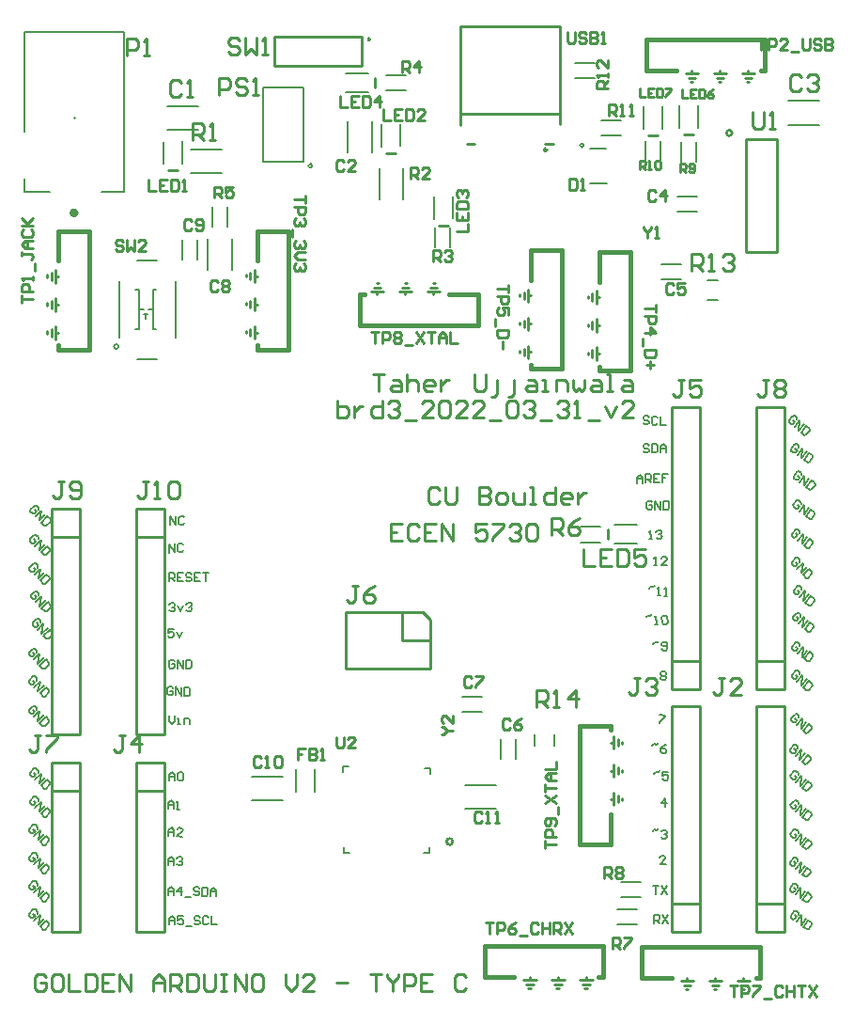
<source format=gto>
G04*
G04 #@! TF.GenerationSoftware,Altium Limited,Altium Designer,22.3.1 (43)*
G04*
G04 Layer_Color=65535*
%FSLAX25Y25*%
%MOIN*%
G70*
G04*
G04 #@! TF.SameCoordinates,BE9DF307-5FBB-4082-8082-0A4452DDA755*
G04*
G04*
G04 #@! TF.FilePolarity,Positive*
G04*
G01*
G75*
%ADD10C,0.00600*%
%ADD11C,0.01000*%
%ADD12C,0.00394*%
%ADD13C,0.01575*%
%ADD14C,0.01500*%
%ADD15C,0.00800*%
%ADD16C,0.00900*%
%ADD17C,0.00500*%
D10*
X206398Y305383D02*
G03*
X206398Y305383I-707J0D01*
G01*
X110104Y298259D02*
G03*
X110104Y298259I-707J0D01*
G01*
X41308Y234116D02*
G03*
X41308Y234116I-806J0D01*
G01*
X250333Y257475D02*
X254134D01*
X250333Y250475D02*
X254134D01*
X195918Y92753D02*
Y96553D01*
X188918Y92753D02*
Y96553D01*
X212663Y308929D02*
X219663D01*
X212663Y314329D02*
X219663D01*
X234253Y311424D02*
Y319324D01*
X227653Y311324D02*
Y319224D01*
X217381Y164369D02*
X225281D01*
X217281Y170969D02*
X225181D01*
X205333Y170174D02*
X212333D01*
X205333Y164773D02*
X212333D01*
X219564Y38857D02*
X226564D01*
X219564Y44257D02*
X226564D01*
X218429Y29164D02*
X225429D01*
X218429Y34564D02*
X225429D01*
X164183Y70304D02*
X175183D01*
X164183Y78704D02*
X175183D01*
X88714Y81738D02*
X99714D01*
X88714Y73338D02*
X99714D01*
X110881Y76366D02*
Y84266D01*
X104281Y76266D02*
Y84166D01*
X240973Y299517D02*
Y306517D01*
X246374Y299517D02*
Y306517D01*
X228253Y300072D02*
Y307072D01*
X233653Y300072D02*
Y307072D01*
X239564Y281858D02*
X246564D01*
X239564Y287258D02*
X246564D01*
X233866Y263418D02*
X240866D01*
X233866Y258018D02*
X240866D01*
X131176Y302862D02*
Y313862D01*
X122776Y302862D02*
Y313862D01*
X141281Y305184D02*
Y313084D01*
X134681Y305084D02*
Y312984D01*
X121943Y331039D02*
X129843D01*
X122043Y324439D02*
X129943D01*
X136448Y324968D02*
X143448D01*
X136448Y330368D02*
X143448D01*
X73121Y261397D02*
Y272397D01*
X81521Y261397D02*
Y272397D01*
X203457Y329284D02*
X210457D01*
X203457Y334684D02*
X210457D01*
X107090Y299559D02*
Y325959D01*
X92490Y299559D02*
X107090D01*
X92490D02*
Y325959D01*
X107090D01*
X58770Y319236D02*
X69770D01*
X58770Y310836D02*
X69770D01*
X240373Y311582D02*
Y319482D01*
X246973Y311683D02*
Y319583D01*
X142263Y286190D02*
Y297189D01*
X133863Y286190D02*
Y297189D01*
X159080Y269197D02*
Y276197D01*
X153680Y269197D02*
Y276197D01*
X153254Y279416D02*
Y287316D01*
X159854Y279516D02*
Y287416D01*
X57237Y298814D02*
Y306714D01*
X63837Y298914D02*
Y306814D01*
X120965Y83133D02*
Y85133D01*
X122965D01*
X151858Y82734D02*
Y84734D01*
X149858D02*
X151858D01*
X149688Y54678D02*
X151688D01*
Y56678D01*
X121465Y54633D02*
Y56633D01*
Y54633D02*
X123465D01*
X48002Y264716D02*
X55002D01*
X48002Y229716D02*
X55002D01*
X53502Y240216D02*
X54802D01*
X53502Y254216D02*
X54802D01*
X47402D02*
X48802D01*
X47402Y240216D02*
X48802D01*
X50202Y245516D02*
X51802D01*
X51002Y243916D02*
Y245516D01*
X61502Y237216D02*
Y257216D01*
X41502Y237216D02*
Y257216D01*
X53502Y240216D02*
Y254216D01*
X48802Y240216D02*
Y254216D01*
X48844Y247218D02*
X50244D01*
X51844Y247168D02*
X53444D01*
X79916Y276533D02*
Y283533D01*
X74516Y276533D02*
Y283533D01*
X67113Y304074D02*
X78113D01*
X67113Y295674D02*
X78113D01*
X69471Y264949D02*
Y271949D01*
X64071Y264949D02*
Y271949D01*
X163408Y104670D02*
X170408D01*
X163408Y110070D02*
X170408D01*
X177052Y88021D02*
Y95021D01*
X182452Y88021D02*
Y95021D01*
X278925Y321197D02*
X289925D01*
X278925Y312797D02*
X289925D01*
D11*
X193441Y303816D02*
G03*
X193441Y303816I-557J0D01*
G01*
X259065Y309842D02*
G03*
X259065Y309842I-1000J0D01*
G01*
X130657Y343016D02*
G03*
X130657Y343016I-394J0D01*
G01*
X159983Y58633D02*
G03*
X159983Y58633I-1118J0D01*
G01*
X220058Y93300D02*
Y94027D01*
X218558Y92527D02*
Y95027D01*
X216031Y93777D02*
X217057D01*
Y91527D02*
Y96027D01*
X220058Y83300D02*
Y84027D01*
X218558Y82527D02*
Y85027D01*
X216031Y83777D02*
X217057D01*
Y81527D02*
Y86027D01*
X220058Y73300D02*
Y74027D01*
X218558Y72527D02*
Y75027D01*
X216031Y73777D02*
X217057D01*
Y71527D02*
Y76027D01*
X132863Y256518D02*
X133590D01*
X131863Y255018D02*
X134363D01*
X133113Y252492D02*
Y253518D01*
X130863D02*
X135363D01*
X142863Y256518D02*
X143590D01*
X141863Y255018D02*
X144363D01*
X143113Y252492D02*
Y253518D01*
X140863D02*
X145363D01*
X152863Y256518D02*
X153590D01*
X151863Y255018D02*
X154363D01*
X153113Y252492D02*
Y253518D01*
X150863D02*
X155363D01*
X16112Y238781D02*
Y239508D01*
X17612Y237781D02*
Y240281D01*
X19112Y239031D02*
X20139D01*
X19112Y236781D02*
Y241281D01*
X16112Y248781D02*
Y249508D01*
X17612Y247781D02*
Y250281D01*
X19112Y249031D02*
X20139D01*
X19112Y246781D02*
Y251281D01*
X16112Y258781D02*
Y259508D01*
X17612Y257781D02*
Y260281D01*
X19112Y259031D02*
X20139D01*
X19112Y256781D02*
Y261281D01*
X86489Y238840D02*
Y239568D01*
X87989Y237840D02*
Y240340D01*
X89489Y239090D02*
X90516D01*
X89489Y236840D02*
Y241340D01*
X86489Y248840D02*
Y249568D01*
X87989Y247840D02*
Y250340D01*
X89489Y249090D02*
X90516D01*
X89489Y246840D02*
Y251340D01*
X86489Y258840D02*
Y259568D01*
X87989Y257840D02*
Y260340D01*
X89489Y259090D02*
X90516D01*
X89489Y256840D02*
Y261340D01*
X240836Y9142D02*
X245336D01*
X243086D02*
Y10169D01*
X241836Y7642D02*
X244336D01*
X242608Y6142D02*
X243336D01*
X250836Y9142D02*
X255336D01*
X253086D02*
Y10169D01*
X251836Y7642D02*
X254336D01*
X252608Y6142D02*
X253336D01*
X260836Y9142D02*
X265336D01*
X263086D02*
Y10169D01*
X261836Y7642D02*
X264336D01*
X262609Y6142D02*
X263336D01*
X229253Y309024D02*
X232653D01*
X210883Y249324D02*
Y253824D01*
Y251574D02*
X211910D01*
X209383Y250324D02*
Y252824D01*
X207883Y251324D02*
Y252052D01*
X210883Y239324D02*
Y243824D01*
Y241574D02*
X211910D01*
X209383Y240324D02*
Y242824D01*
X207883Y241324D02*
Y242052D01*
X210883Y229324D02*
Y233824D01*
Y231574D02*
X211910D01*
X209383Y230324D02*
Y232824D01*
X207883Y231324D02*
Y232052D01*
X186671Y249962D02*
Y254462D01*
Y252212D02*
X187698D01*
X185171Y250962D02*
Y253462D01*
X183671Y251962D02*
Y252689D01*
X186671Y239962D02*
Y244462D01*
Y242212D02*
X187698D01*
X185171Y240962D02*
Y243462D01*
X183671Y241962D02*
Y242689D01*
X186671Y229962D02*
Y234462D01*
Y232212D02*
X187698D01*
X185171Y230962D02*
Y233462D01*
X183671Y231962D02*
Y232689D01*
X198002Y312817D02*
Y345174D01*
Y347733D01*
X162490Y344468D02*
Y347733D01*
Y312776D02*
Y344468D01*
X164865Y305804D02*
X167775D01*
X192639D02*
X195705D01*
X162569Y347733D02*
X198002Y347733D01*
X162530Y316513D02*
X198086Y316556D01*
X206794Y6502D02*
X207521D01*
X206021Y8002D02*
X208521D01*
X207271Y9502D02*
Y10529D01*
X205021Y9502D02*
X209521D01*
X196794Y6502D02*
X197521D01*
X196021Y8002D02*
X198521D01*
X197271Y9502D02*
Y10529D01*
X195021Y9502D02*
X199521D01*
X186794Y6502D02*
X187521D01*
X186021Y8002D02*
X188521D01*
X187271Y9502D02*
Y10529D01*
X185021Y9502D02*
X189521D01*
X267635Y212718D02*
X277635D01*
Y122718D02*
Y212718D01*
X267635Y122718D02*
X277635D01*
X267635Y112718D02*
Y202718D01*
Y112718D02*
X277635D01*
Y202718D01*
X267635Y122718D02*
Y212718D01*
X237635D02*
X247635D01*
Y122718D02*
Y212718D01*
X237635Y122718D02*
X247635D01*
X237635Y112718D02*
Y202718D01*
Y112718D02*
X247635D01*
Y202718D01*
X237635Y122718D02*
Y212718D01*
X267635Y106718D02*
X277635D01*
Y26718D02*
Y106718D01*
X267635Y26718D02*
X277635D01*
X267635D02*
Y106718D01*
Y36718D02*
X277635D01*
X214981Y165969D02*
Y169369D01*
X264292Y327800D02*
X265019D01*
X263519Y329300D02*
X266019D01*
X264769Y330800D02*
Y331827D01*
X262519Y330800D02*
X267019D01*
X254292Y327800D02*
X255019D01*
X253519Y329300D02*
X256019D01*
X254769Y330800D02*
Y331827D01*
X252519Y330800D02*
X257019D01*
X244292Y327800D02*
X245019D01*
X243519Y329300D02*
X246019D01*
X244769Y330800D02*
Y331827D01*
X242519Y330800D02*
X247019D01*
X136281Y302784D02*
X139681D01*
X132243Y326039D02*
Y329439D01*
X241973Y309282D02*
X245374D01*
X154855Y277116D02*
X158255D01*
X96763Y333520D02*
X127763D01*
X96763D02*
Y344020D01*
X127763Y333520D02*
Y344020D01*
X96763D02*
X127763D01*
X25661Y315190D02*
Y315222D01*
X58837Y296514D02*
X62237D01*
X47635Y166718D02*
X57635D01*
Y96718D02*
Y176718D01*
X47635D02*
X57635D01*
X47635Y96718D02*
Y176718D01*
Y96718D02*
X57635D01*
X17635Y166718D02*
X27635D01*
Y96718D02*
Y176718D01*
X17635D02*
X27635D01*
X17635Y96718D02*
Y176718D01*
Y96718D02*
X27635D01*
X22635Y86718D02*
X27635D01*
Y76718D02*
Y86718D01*
X17635Y26718D02*
Y76718D01*
Y26718D02*
X27635D01*
Y76718D01*
X17635D02*
X27635D01*
X17635D02*
Y86718D01*
X22635D01*
X151906Y119916D02*
Y137417D01*
X149406Y139917D02*
X151906Y137417D01*
X121906Y139917D02*
X149406D01*
X141905Y129917D02*
X151906D01*
X141905D02*
Y139917D01*
X121906Y119916D02*
X151906D01*
X121906D02*
Y139917D01*
X52635Y86718D02*
X57635D01*
Y76718D02*
Y86718D01*
X47635Y26718D02*
Y76718D01*
Y26718D02*
X57635D01*
Y76718D01*
X47635D02*
X57635D01*
X47635D02*
Y86718D01*
X52635D01*
X237635Y36718D02*
X247635D01*
X237635Y26718D02*
Y106718D01*
Y26718D02*
X247635D01*
Y106718D01*
X237635D02*
X247635D01*
X118893Y214877D02*
Y208879D01*
X121892D01*
X122891Y209879D01*
Y210878D01*
Y211878D01*
X121892Y212878D01*
X118893D01*
X124891D02*
Y208879D01*
Y210878D01*
X125891Y211878D01*
X126890Y212878D01*
X127890D01*
X134888Y214877D02*
Y208879D01*
X131889D01*
X130889Y209879D01*
Y211878D01*
X131889Y212878D01*
X134888D01*
X136887Y213878D02*
X137887Y214877D01*
X139886D01*
X140886Y213878D01*
Y212878D01*
X139886Y211878D01*
X138886D01*
X139886D01*
X140886Y210878D01*
Y209879D01*
X139886Y208879D01*
X137887D01*
X136887Y209879D01*
X142885Y207879D02*
X146884D01*
X152882Y208879D02*
X148883D01*
X152882Y212878D01*
Y213878D01*
X151882Y214877D01*
X149883D01*
X148883Y213878D01*
X154881D02*
X155881Y214877D01*
X157880D01*
X158880Y213878D01*
Y209879D01*
X157880Y208879D01*
X155881D01*
X154881Y209879D01*
Y213878D01*
X164878Y208879D02*
X160879D01*
X164878Y212878D01*
Y213878D01*
X163878Y214877D01*
X161879D01*
X160879Y213878D01*
X170876Y208879D02*
X166877D01*
X170876Y212878D01*
Y213878D01*
X169876Y214877D01*
X167877D01*
X166877Y213878D01*
X172875Y207879D02*
X176874D01*
X178873Y213878D02*
X179873Y214877D01*
X181872D01*
X182872Y213878D01*
Y209879D01*
X181872Y208879D01*
X179873D01*
X178873Y209879D01*
Y213878D01*
X184871D02*
X185871Y214877D01*
X187871D01*
X188870Y213878D01*
Y212878D01*
X187871Y211878D01*
X186871D01*
X187871D01*
X188870Y210878D01*
Y209879D01*
X187871Y208879D01*
X185871D01*
X184871Y209879D01*
X190869Y207879D02*
X194868D01*
X196868Y213878D02*
X197867Y214877D01*
X199867D01*
X200866Y213878D01*
Y212878D01*
X199867Y211878D01*
X198867D01*
X199867D01*
X200866Y210878D01*
Y209879D01*
X199867Y208879D01*
X197867D01*
X196868Y209879D01*
X202866Y208879D02*
X204865D01*
X203865D01*
Y214877D01*
X202866Y213878D01*
X207864Y207879D02*
X211863D01*
X213862Y212878D02*
X215861Y208879D01*
X217861Y212878D01*
X223859Y208879D02*
X219860D01*
X223859Y212878D01*
Y213878D01*
X222859Y214877D01*
X220860D01*
X219860Y213878D01*
X15626Y10698D02*
X14626Y11698D01*
X12627D01*
X11627Y10698D01*
Y6699D01*
X12627Y5700D01*
X14626D01*
X15626Y6699D01*
Y8699D01*
X13627D01*
X20625Y11698D02*
X18625D01*
X17626Y10698D01*
Y6699D01*
X18625Y5700D01*
X20625D01*
X21624Y6699D01*
Y10698D01*
X20625Y11698D01*
X23623D02*
Y5700D01*
X27622D01*
X29622Y11698D02*
Y5700D01*
X32621D01*
X33620Y6699D01*
Y10698D01*
X32621Y11698D01*
X29622D01*
X39618D02*
X35620D01*
Y5700D01*
X39618D01*
X35620Y8699D02*
X37619D01*
X41618Y5700D02*
Y11698D01*
X45616Y5700D01*
Y11698D01*
X53614Y5700D02*
Y9698D01*
X55613Y11698D01*
X57613Y9698D01*
Y5700D01*
Y8699D01*
X53614D01*
X59612Y5700D02*
Y11698D01*
X62611D01*
X63611Y10698D01*
Y8699D01*
X62611Y7699D01*
X59612D01*
X61611D02*
X63611Y5700D01*
X65610Y11698D02*
Y5700D01*
X68609D01*
X69609Y6699D01*
Y10698D01*
X68609Y11698D01*
X65610D01*
X71608D02*
Y6699D01*
X72608Y5700D01*
X74607D01*
X75607Y6699D01*
Y11698D01*
X77606D02*
X79605D01*
X78606D01*
Y5700D01*
X77606D01*
X79605D01*
X82604D02*
Y11698D01*
X86603Y5700D01*
Y11698D01*
X91602D02*
X89602D01*
X88603Y10698D01*
Y6699D01*
X89602Y5700D01*
X91602D01*
X92601Y6699D01*
Y10698D01*
X91602Y11698D01*
X100599D02*
Y7699D01*
X102598Y5700D01*
X104597Y7699D01*
Y11698D01*
X110595Y5700D02*
X106597D01*
X110595Y9698D01*
Y10698D01*
X109596Y11698D01*
X107596D01*
X106597Y10698D01*
X118593Y8699D02*
X122591D01*
X130589Y11698D02*
X134588D01*
X132588D01*
Y5700D01*
X136587Y11698D02*
Y10698D01*
X138586Y8699D01*
X140586Y10698D01*
Y11698D01*
X138586Y8699D02*
Y5700D01*
X142585D02*
Y11698D01*
X145584D01*
X146584Y10698D01*
Y8699D01*
X145584Y7699D01*
X142585D01*
X152582Y11698D02*
X148583D01*
Y5700D01*
X152582D01*
X148583Y8699D02*
X150583D01*
X164578Y10698D02*
X163578Y11698D01*
X161579D01*
X160579Y10698D01*
Y6699D01*
X161579Y5700D01*
X163578D01*
X164578Y6699D01*
X142054Y171347D02*
X138055D01*
Y165349D01*
X142054D01*
X138055Y168348D02*
X140054D01*
X148052Y170347D02*
X147052Y171347D01*
X145053D01*
X144053Y170347D01*
Y166349D01*
X145053Y165349D01*
X147052D01*
X148052Y166349D01*
X154050Y171347D02*
X150051D01*
Y165349D01*
X154050D01*
X150051Y168348D02*
X152050D01*
X156049Y165349D02*
Y171347D01*
X160048Y165349D01*
Y171347D01*
X172044D02*
X168045D01*
Y168348D01*
X170045Y169348D01*
X171044D01*
X172044Y168348D01*
Y166349D01*
X171044Y165349D01*
X169045D01*
X168045Y166349D01*
X174043Y171347D02*
X178042D01*
Y170347D01*
X174043Y166349D01*
Y165349D01*
X180041Y170347D02*
X181041Y171347D01*
X183040D01*
X184040Y170347D01*
Y169348D01*
X183040Y168348D01*
X182041D01*
X183040D01*
X184040Y167348D01*
Y166349D01*
X183040Y165349D01*
X181041D01*
X180041Y166349D01*
X186039Y170347D02*
X187039Y171347D01*
X189038D01*
X190038Y170347D01*
Y166349D01*
X189038Y165349D01*
X187039D01*
X186039Y166349D01*
Y170347D01*
X155435Y183267D02*
X154435Y184267D01*
X152436D01*
X151436Y183267D01*
Y179268D01*
X152436Y178269D01*
X154435D01*
X155435Y179268D01*
X157434Y184267D02*
Y179268D01*
X158434Y178269D01*
X160433D01*
X161433Y179268D01*
Y184267D01*
X169430D02*
Y178269D01*
X172429D01*
X173429Y179268D01*
Y180268D01*
X172429Y181268D01*
X169430D01*
X172429D01*
X173429Y182267D01*
Y183267D01*
X172429Y184267D01*
X169430D01*
X176428Y178269D02*
X178427D01*
X179427Y179268D01*
Y181268D01*
X178427Y182267D01*
X176428D01*
X175428Y181268D01*
Y179268D01*
X176428Y178269D01*
X181426Y182267D02*
Y179268D01*
X182426Y178269D01*
X185425D01*
Y182267D01*
X187424Y178269D02*
X189424D01*
X188424D01*
Y184267D01*
X187424D01*
X196421D02*
Y178269D01*
X193422D01*
X192423Y179268D01*
Y181268D01*
X193422Y182267D01*
X196421D01*
X201420Y178269D02*
X199420D01*
X198421Y179268D01*
Y181268D01*
X199420Y182267D01*
X201420D01*
X202419Y181268D01*
Y180268D01*
X198421D01*
X204419Y182267D02*
Y178269D01*
Y180268D01*
X205418Y181268D01*
X206418Y182267D01*
X207418D01*
X131632Y224216D02*
X135631D01*
X133632D01*
Y218217D01*
X138630Y222216D02*
X140630D01*
X141629Y221217D01*
Y218217D01*
X138630D01*
X137631Y219217D01*
X138630Y220217D01*
X141629D01*
X143629Y224216D02*
Y218217D01*
Y221217D01*
X144628Y222216D01*
X146628D01*
X147627Y221217D01*
Y218217D01*
X152626D02*
X150626D01*
X149627Y219217D01*
Y221217D01*
X150626Y222216D01*
X152626D01*
X153625Y221217D01*
Y220217D01*
X149627D01*
X155625Y222216D02*
Y218217D01*
Y220217D01*
X156624Y221217D01*
X157624Y222216D01*
X158624D01*
X167621Y224216D02*
Y219217D01*
X168621Y218217D01*
X170620D01*
X171620Y219217D01*
Y224216D01*
X173619Y216218D02*
X174619D01*
X175618Y217218D01*
Y222216D01*
X179617Y216218D02*
X180617D01*
X181616Y217218D01*
Y222216D01*
X186615D02*
X188614D01*
X189614Y221217D01*
Y218217D01*
X186615D01*
X185615Y219217D01*
X186615Y220217D01*
X189614D01*
X191613Y218217D02*
X193612D01*
X192613D01*
Y222216D01*
X191613D01*
X196611Y218217D02*
Y222216D01*
X199610D01*
X200610Y221217D01*
Y218217D01*
X202609Y222216D02*
Y219217D01*
X203609Y218217D01*
X204609Y219217D01*
X205609Y218217D01*
X206608Y219217D01*
Y222216D01*
X209607D02*
X211607D01*
X212606Y221217D01*
Y218217D01*
X209607D01*
X208608Y219217D01*
X209607Y220217D01*
X212606D01*
X214606Y218217D02*
X216605D01*
X215605D01*
Y224216D01*
X214606D01*
X220604Y222216D02*
X222603D01*
X223603Y221217D01*
Y218217D01*
X220604D01*
X219604Y219217D01*
X220604Y220217D01*
X223603D01*
X192598Y56350D02*
Y59015D01*
Y57683D01*
X196597D01*
Y60348D02*
X192598D01*
Y62348D01*
X193265Y63014D01*
X194598D01*
X195264Y62348D01*
Y60348D01*
X195931Y64347D02*
X196597Y65013D01*
Y66346D01*
X195931Y67013D01*
X193265D01*
X192598Y66346D01*
Y65013D01*
X193265Y64347D01*
X193931D01*
X194598Y65013D01*
Y67013D01*
X197264Y68346D02*
Y71012D01*
X192598Y72344D02*
X196597Y75010D01*
X192598D02*
X196597Y72344D01*
X192598Y76343D02*
Y79009D01*
Y77676D01*
X196597D01*
Y80342D02*
X193931D01*
X192598Y81675D01*
X193931Y83008D01*
X196597D01*
X194598D01*
Y80342D01*
X192598Y84341D02*
X196597D01*
Y87006D01*
X130877Y239159D02*
X133543D01*
X132210D01*
Y235160D01*
X134876D02*
Y239159D01*
X136875D01*
X137542Y238492D01*
Y237160D01*
X136875Y236493D01*
X134876D01*
X138875Y238492D02*
X139541Y239159D01*
X140874D01*
X141541Y238492D01*
Y237826D01*
X140874Y237160D01*
X141541Y236493D01*
Y235827D01*
X140874Y235160D01*
X139541D01*
X138875Y235827D01*
Y236493D01*
X139541Y237160D01*
X138875Y237826D01*
Y238492D01*
X139541Y237160D02*
X140874D01*
X142874Y234494D02*
X145539D01*
X146872Y239159D02*
X149538Y235160D01*
Y239159D02*
X146872Y235160D01*
X150871Y239159D02*
X153537D01*
X152204D01*
Y235160D01*
X154870D02*
Y237826D01*
X156203Y239159D01*
X157536Y237826D01*
Y235160D01*
Y237160D01*
X154870D01*
X158868Y239159D02*
Y235160D01*
X161534D01*
X189500Y106200D02*
Y112198D01*
X192499D01*
X193499Y111198D01*
Y109199D01*
X192499Y108199D01*
X189500D01*
X191499D02*
X193499Y106200D01*
X195498D02*
X197497D01*
X196498D01*
Y112198D01*
X195498Y111198D01*
X203496Y106200D02*
Y112198D01*
X200496Y109199D01*
X204495D01*
X244700Y260900D02*
Y266898D01*
X247699D01*
X248699Y265898D01*
Y263899D01*
X247699Y262899D01*
X244700D01*
X246699D02*
X248699Y260900D01*
X250698D02*
X252697D01*
X251698D01*
Y266898D01*
X250698Y265898D01*
X255696D02*
X256696Y266898D01*
X258696D01*
X259695Y265898D01*
Y264899D01*
X258696Y263899D01*
X257696D01*
X258696D01*
X259695Y262899D01*
Y261900D01*
X258696Y260900D01*
X256696D01*
X255696Y261900D01*
X258370Y7774D02*
X261036D01*
X259703D01*
Y3776D01*
X262369D02*
Y7774D01*
X264368D01*
X265035Y7108D01*
Y5775D01*
X264368Y5109D01*
X262369D01*
X266368Y7774D02*
X269033D01*
Y7108D01*
X266368Y4442D01*
Y3776D01*
X270366Y3109D02*
X273032D01*
X277031Y7108D02*
X276364Y7774D01*
X275031D01*
X274365Y7108D01*
Y4442D01*
X275031Y3776D01*
X276364D01*
X277031Y4442D01*
X278364Y7774D02*
Y3776D01*
Y5775D01*
X281030D01*
Y7774D01*
Y3776D01*
X282363Y7774D02*
X285028D01*
X283695D01*
Y3776D01*
X286361Y7774D02*
X289027Y3776D01*
Y7774D02*
X286361Y3776D01*
X171500Y29899D02*
X174166D01*
X172833D01*
Y25900D01*
X175499D02*
Y29899D01*
X177498D01*
X178165Y29232D01*
Y27899D01*
X177498Y27233D01*
X175499D01*
X182163Y29899D02*
X180830Y29232D01*
X179497Y27899D01*
Y26566D01*
X180164Y25900D01*
X181497D01*
X182163Y26566D01*
Y27233D01*
X181497Y27899D01*
X179497D01*
X183496Y25234D02*
X186162D01*
X190161Y29232D02*
X189494Y29899D01*
X188161D01*
X187495Y29232D01*
Y26566D01*
X188161Y25900D01*
X189494D01*
X190161Y26566D01*
X191494Y29899D02*
Y25900D01*
Y27899D01*
X194159D01*
Y29899D01*
Y25900D01*
X195492D02*
Y29899D01*
X197492D01*
X198158Y29232D01*
Y27899D01*
X197492Y27233D01*
X195492D01*
X196825D02*
X198158Y25900D01*
X199491Y29899D02*
X202157Y25900D01*
Y29899D02*
X199491Y25900D01*
X179573Y255840D02*
Y253174D01*
Y254507D01*
X175574D01*
Y251841D02*
X179573D01*
Y249842D01*
X178906Y249175D01*
X177574D01*
X176907Y249842D01*
Y251841D01*
X179573Y245177D02*
Y247842D01*
X177574D01*
X178240Y246509D01*
Y245843D01*
X177574Y245177D01*
X176241D01*
X175574Y245843D01*
Y247176D01*
X176241Y247842D01*
X174908Y243844D02*
Y241178D01*
X179573Y239845D02*
X175574D01*
Y237845D01*
X176241Y237179D01*
X178906D01*
X179573Y237845D01*
Y239845D01*
X177574Y235846D02*
Y233180D01*
X231998Y248898D02*
Y246233D01*
Y247565D01*
X228000D01*
Y244900D02*
X231998D01*
Y242900D01*
X231332Y242234D01*
X229999D01*
X229332Y242900D01*
Y244900D01*
X228000Y238902D02*
X231998D01*
X229999Y240901D01*
Y238235D01*
X227333Y236902D02*
Y234236D01*
X231998Y232904D02*
X228000D01*
Y230904D01*
X228666Y230238D01*
X231332D01*
X231998Y230904D01*
Y232904D01*
X229999Y228905D02*
Y226239D01*
X231332Y227572D02*
X228666D01*
X155834Y96780D02*
X156500D01*
X157833Y98112D01*
X156500Y99445D01*
X155834D01*
X157833Y98112D02*
X159833D01*
Y103444D02*
Y100778D01*
X157167Y103444D01*
X156500D01*
X155834Y102778D01*
Y101445D01*
X156500Y100778D01*
X227608Y276500D02*
Y275833D01*
X228941Y274500D01*
X230274Y275833D01*
Y276500D01*
X228941Y274500D02*
Y272501D01*
X231607D02*
X232940D01*
X232273D01*
Y276500D01*
X231607Y275833D01*
X200640Y345664D02*
Y342332D01*
X201306Y341665D01*
X202639D01*
X203305Y342332D01*
Y345664D01*
X207304Y344998D02*
X206638Y345664D01*
X205305D01*
X204638Y344998D01*
Y344331D01*
X205305Y343665D01*
X206638D01*
X207304Y342998D01*
Y342332D01*
X206638Y341665D01*
X205305D01*
X204638Y342332D01*
X208637Y345664D02*
Y341665D01*
X210636D01*
X211303Y342332D01*
Y342998D01*
X210636Y343665D01*
X208637D01*
X210636D01*
X211303Y344331D01*
Y344998D01*
X210636Y345664D01*
X208637D01*
X212636Y341665D02*
X213969D01*
X213302D01*
Y345664D01*
X212636Y344998D01*
X118500Y95799D02*
Y92466D01*
X119167Y91800D01*
X120499D01*
X121166Y92466D01*
Y95799D01*
X125164Y91800D02*
X122499D01*
X125164Y94466D01*
Y95132D01*
X124498Y95799D01*
X123165D01*
X122499Y95132D01*
X266329Y317183D02*
Y312185D01*
X267329Y311185D01*
X269328D01*
X270328Y312185D01*
Y317183D01*
X272327Y311185D02*
X274327D01*
X273327D01*
Y317183D01*
X272327Y316183D01*
X107602Y287614D02*
Y284948D01*
Y286281D01*
X103603D01*
Y283615D02*
X107602D01*
Y281616D01*
X106936Y280949D01*
X105603D01*
X104936Y281616D01*
Y283615D01*
X106936Y279616D02*
X107602Y278950D01*
Y277617D01*
X106936Y276951D01*
X106269D01*
X105603Y277617D01*
Y278284D01*
Y277617D01*
X104936Y276951D01*
X104270D01*
X103603Y277617D01*
Y278950D01*
X104270Y279616D01*
X102937Y275618D02*
Y272952D01*
X106936Y271619D02*
X107602Y270953D01*
Y269620D01*
X106936Y268953D01*
X106269D01*
X105603Y269620D01*
Y270286D01*
Y269620D01*
X104936Y268953D01*
X104270D01*
X103603Y269620D01*
Y270953D01*
X104270Y271619D01*
X107602Y267620D02*
X104936D01*
X103603Y266287D01*
X104936Y264954D01*
X107602D01*
X106936Y263621D02*
X107602Y262955D01*
Y261622D01*
X106936Y260956D01*
X106269D01*
X105603Y261622D01*
Y262289D01*
Y261622D01*
X104936Y260956D01*
X104270D01*
X103603Y261622D01*
Y262955D01*
X104270Y263621D01*
X268120Y343252D02*
X270786D01*
X269453D01*
Y339254D01*
X272119D02*
Y343252D01*
X274118D01*
X274785Y342586D01*
Y341253D01*
X274118Y340586D01*
X272119D01*
X278784Y339254D02*
X276118D01*
X278784Y341919D01*
Y342586D01*
X278117Y343252D01*
X276784D01*
X276118Y342586D01*
X280117Y338587D02*
X282782D01*
X284115Y343252D02*
Y339920D01*
X284782Y339254D01*
X286115D01*
X286781Y339920D01*
Y343252D01*
X290780Y342586D02*
X290113Y343252D01*
X288780D01*
X288114Y342586D01*
Y341919D01*
X288780Y341253D01*
X290113D01*
X290780Y340586D01*
Y339920D01*
X290113Y339254D01*
X288780D01*
X288114Y339920D01*
X292113Y343252D02*
Y339254D01*
X294112D01*
X294778Y339920D01*
Y340586D01*
X294112Y341253D01*
X292113D01*
X294112D01*
X294778Y341919D01*
Y342586D01*
X294112Y343252D01*
X292113D01*
X7037Y249791D02*
Y252457D01*
Y251124D01*
X11035D01*
Y253790D02*
X7037D01*
Y255789D01*
X7703Y256455D01*
X9036D01*
X9703Y255789D01*
Y253790D01*
X11035Y257788D02*
Y259121D01*
Y258455D01*
X7037D01*
X7703Y257788D01*
X11702Y261121D02*
Y263786D01*
X7037Y267785D02*
Y266452D01*
Y267119D01*
X10369D01*
X11035Y266452D01*
Y265786D01*
X10369Y265119D01*
X11035Y269118D02*
X8370D01*
X7037Y270451D01*
X8370Y271784D01*
X11035D01*
X9036D01*
Y269118D01*
X7703Y275782D02*
X7037Y275116D01*
Y273783D01*
X7703Y273117D01*
X10369D01*
X11035Y273783D01*
Y275116D01*
X10369Y275782D01*
X7037Y277116D02*
X11035D01*
X9703D01*
X7037Y279781D01*
X9036Y277782D01*
X11035Y279781D01*
X43066Y271332D02*
X42399Y271999D01*
X41066D01*
X40400Y271332D01*
Y270666D01*
X41066Y269999D01*
X42399D01*
X43066Y269333D01*
Y268666D01*
X42399Y268000D01*
X41066D01*
X40400Y268666D01*
X44399Y271999D02*
Y268000D01*
X45732Y269333D01*
X47065Y268000D01*
Y271999D01*
X51063Y268000D02*
X48397D01*
X51063Y270666D01*
Y271332D01*
X50397Y271999D01*
X49064D01*
X48397Y271332D01*
X84331Y342736D02*
X83331Y343735D01*
X81332D01*
X80332Y342736D01*
Y341736D01*
X81332Y340736D01*
X83331D01*
X84331Y339737D01*
Y338737D01*
X83331Y337737D01*
X81332D01*
X80332Y338737D01*
X86330Y343735D02*
Y337737D01*
X88330Y339737D01*
X90329Y337737D01*
Y343735D01*
X92328Y337737D02*
X94328D01*
X93328D01*
Y343735D01*
X92328Y342736D01*
X215045Y325644D02*
X211047D01*
Y327643D01*
X211713Y328310D01*
X213046D01*
X213713Y327643D01*
Y325644D01*
Y326977D02*
X215045Y328310D01*
Y329643D02*
Y330976D01*
Y330309D01*
X211047D01*
X211713Y329643D01*
X215045Y335641D02*
Y332975D01*
X212380Y335641D01*
X211713D01*
X211047Y334974D01*
Y333641D01*
X211713Y332975D01*
X215194Y315887D02*
Y319886D01*
X217193D01*
X217860Y319219D01*
Y317886D01*
X217193Y317220D01*
X215194D01*
X216527D02*
X217860Y315887D01*
X219193D02*
X220526D01*
X219859D01*
Y319886D01*
X219193Y319219D01*
X222525Y315887D02*
X223858D01*
X223191D01*
Y319886D01*
X222525Y319219D01*
X226294Y297043D02*
Y300042D01*
X227794D01*
X228293Y299542D01*
Y298543D01*
X227794Y298043D01*
X226294D01*
X227294D02*
X228293Y297043D01*
X229293D02*
X230293D01*
X229793D01*
Y300042D01*
X229293Y299542D01*
X231792D02*
X232292Y300042D01*
X233292D01*
X233791Y299542D01*
Y297543D01*
X233292Y297043D01*
X232292D01*
X231792Y297543D01*
Y299542D01*
X240661Y295875D02*
Y298874D01*
X242161D01*
X242661Y298374D01*
Y297375D01*
X242161Y296875D01*
X240661D01*
X241661D02*
X242661Y295875D01*
X243660Y296375D02*
X244160Y295875D01*
X245160D01*
X245660Y296375D01*
Y298374D01*
X245160Y298874D01*
X244160D01*
X243660Y298374D01*
Y297874D01*
X244160Y297375D01*
X245660D01*
X213635Y45551D02*
Y49550D01*
X215635D01*
X216301Y48883D01*
Y47550D01*
X215635Y46884D01*
X213635D01*
X214968D02*
X216301Y45551D01*
X217634Y48883D02*
X218300Y49550D01*
X219633D01*
X220300Y48883D01*
Y48217D01*
X219633Y47550D01*
X220300Y46884D01*
Y46217D01*
X219633Y45551D01*
X218300D01*
X217634Y46217D01*
Y46884D01*
X218300Y47550D01*
X217634Y48217D01*
Y48883D01*
X218300Y47550D02*
X219633D01*
X216554Y20550D02*
Y24549D01*
X218553D01*
X219220Y23882D01*
Y22549D01*
X218553Y21883D01*
X216554D01*
X217887D02*
X219220Y20550D01*
X220553Y24549D02*
X223218D01*
Y23882D01*
X220553Y21217D01*
Y20550D01*
X195039Y167348D02*
Y173346D01*
X198039D01*
X199038Y172347D01*
Y170347D01*
X198039Y169348D01*
X195039D01*
X197039D02*
X199038Y167348D01*
X205036Y173346D02*
X203037Y172347D01*
X201038Y170347D01*
Y168348D01*
X202037Y167348D01*
X204037D01*
X205036Y168348D01*
Y169348D01*
X204037Y170347D01*
X201038D01*
X75200Y286800D02*
Y290799D01*
X77199D01*
X77866Y290132D01*
Y288799D01*
X77199Y288133D01*
X75200D01*
X76533D02*
X77866Y286800D01*
X81865Y290799D02*
X79199D01*
Y288799D01*
X80532Y289466D01*
X81198D01*
X81865Y288799D01*
Y287466D01*
X81198Y286800D01*
X79865D01*
X79199Y287466D01*
X141858Y331354D02*
Y335352D01*
X143858D01*
X144524Y334686D01*
Y333353D01*
X143858Y332686D01*
X141858D01*
X143191D02*
X144524Y331354D01*
X147856D02*
Y335352D01*
X145857Y333353D01*
X148523D01*
X152895Y264141D02*
Y268140D01*
X154894D01*
X155561Y267473D01*
Y266140D01*
X154894Y265474D01*
X152895D01*
X154228D02*
X155561Y264141D01*
X156894Y267473D02*
X157560Y268140D01*
X158893D01*
X159559Y267473D01*
Y266807D01*
X158893Y266140D01*
X158227D01*
X158893D01*
X159559Y265474D01*
Y264807D01*
X158893Y264141D01*
X157560D01*
X156894Y264807D01*
X145080Y293595D02*
Y297593D01*
X147079D01*
X147745Y296927D01*
Y295594D01*
X147079Y294927D01*
X145080D01*
X146412D02*
X147745Y293595D01*
X151744D02*
X149078D01*
X151744Y296260D01*
Y296927D01*
X151078Y297593D01*
X149745D01*
X149078Y296927D01*
X67800Y307400D02*
Y313398D01*
X70799D01*
X71799Y312398D01*
Y310399D01*
X70799Y309399D01*
X67800D01*
X69799D02*
X71799Y307400D01*
X73798D02*
X75797D01*
X74798D01*
Y313398D01*
X73798Y312398D01*
X77113Y323212D02*
Y329210D01*
X80112D01*
X81111Y328210D01*
Y326211D01*
X80112Y325211D01*
X77113D01*
X87109Y328210D02*
X86110Y329210D01*
X84110D01*
X83111Y328210D01*
Y327210D01*
X84110Y326211D01*
X86110D01*
X87109Y325211D01*
Y324211D01*
X86110Y323212D01*
X84110D01*
X83111Y324211D01*
X89109Y323212D02*
X91108D01*
X90108D01*
Y329210D01*
X89109Y328210D01*
X44153Y337313D02*
Y343311D01*
X47152D01*
X48152Y342311D01*
Y340312D01*
X47152Y339312D01*
X44153D01*
X50151Y337313D02*
X52151D01*
X51151D01*
Y343311D01*
X50151Y342311D01*
X226445Y325613D02*
Y322614D01*
X228445D01*
X231444Y325613D02*
X229444D01*
Y322614D01*
X231444D01*
X229444Y324114D02*
X230444D01*
X232443Y325613D02*
Y322614D01*
X233943D01*
X234443Y323114D01*
Y325114D01*
X233943Y325613D01*
X232443D01*
X235442D02*
X237442D01*
Y325114D01*
X235442Y323114D01*
Y322614D01*
X241443Y325279D02*
Y322280D01*
X243443D01*
X246442Y325279D02*
X244442D01*
Y322280D01*
X246442D01*
X244442Y323779D02*
X245442D01*
X247441Y325279D02*
Y322280D01*
X248941D01*
X249441Y322779D01*
Y324779D01*
X248941Y325279D01*
X247441D01*
X252440D02*
X251440Y324779D01*
X250440Y323779D01*
Y322779D01*
X250940Y322280D01*
X251940D01*
X252440Y322779D01*
Y323279D01*
X251940Y323779D01*
X250440D01*
X206470Y162267D02*
Y156269D01*
X210469D01*
X216467Y162267D02*
X212468D01*
Y156269D01*
X216467D01*
X212468Y159268D02*
X214468D01*
X218466Y162267D02*
Y156269D01*
X221465D01*
X222465Y157268D01*
Y161267D01*
X221465Y162267D01*
X218466D01*
X228463D02*
X224464D01*
Y159268D01*
X226464Y160267D01*
X227463D01*
X228463Y159268D01*
Y157268D01*
X227463Y156269D01*
X225464D01*
X224464Y157268D01*
X119970Y323089D02*
Y319091D01*
X122636D01*
X126635Y323089D02*
X123969D01*
Y319091D01*
X126635D01*
X123969Y321090D02*
X125302D01*
X127968Y323089D02*
Y319091D01*
X129967D01*
X130633Y319757D01*
Y322423D01*
X129967Y323089D01*
X127968D01*
X133966Y319091D02*
Y323089D01*
X131966Y321090D01*
X134632D01*
X161436Y274973D02*
X165434D01*
Y277639D01*
X161436Y281638D02*
Y278972D01*
X165434D01*
Y281638D01*
X163435Y278972D02*
Y280305D01*
X161436Y282971D02*
X165434D01*
Y284970D01*
X164768Y285636D01*
X162102D01*
X161436Y284970D01*
Y282971D01*
X162102Y286969D02*
X161436Y287636D01*
Y288969D01*
X162102Y289635D01*
X162768D01*
X163435Y288969D01*
Y288302D01*
Y288969D01*
X164101Y289635D01*
X164768D01*
X165434Y288969D01*
Y287636D01*
X164768Y286969D01*
X135319Y318444D02*
Y314446D01*
X137985D01*
X141984Y318444D02*
X139318D01*
Y314446D01*
X141984D01*
X139318Y316445D02*
X140651D01*
X143316Y318444D02*
Y314446D01*
X145316D01*
X145982Y315112D01*
Y317778D01*
X145316Y318444D01*
X143316D01*
X149981Y314446D02*
X147315D01*
X149981Y317111D01*
Y317778D01*
X149314Y318444D01*
X147982D01*
X147315Y317778D01*
X52148Y293332D02*
Y289333D01*
X54814D01*
X58813Y293332D02*
X56147D01*
Y289333D01*
X58813D01*
X56147Y291333D02*
X57480D01*
X60146Y293332D02*
Y289333D01*
X62145D01*
X62811Y290000D01*
Y292665D01*
X62145Y293332D01*
X60146D01*
X64144Y289333D02*
X65477D01*
X64811D01*
Y293332D01*
X64144Y292665D01*
X52099Y186198D02*
X50099D01*
X51099D01*
Y181200D01*
X50099Y180200D01*
X49100D01*
X48100Y181200D01*
X54098Y180200D02*
X56097D01*
X55098D01*
Y186198D01*
X54098Y185198D01*
X59096D02*
X60096Y186198D01*
X62095D01*
X63095Y185198D01*
Y181200D01*
X62095Y180200D01*
X60096D01*
X59096Y181200D01*
Y185198D01*
X22099Y186198D02*
X20099D01*
X21099D01*
Y181200D01*
X20099Y180200D01*
X19100D01*
X18100Y181200D01*
X24098D02*
X25098Y180200D01*
X27097D01*
X28097Y181200D01*
Y185198D01*
X27097Y186198D01*
X25098D01*
X24098Y185198D01*
Y184199D01*
X25098Y183199D01*
X28097D01*
X272099Y222198D02*
X270099D01*
X271099D01*
Y217200D01*
X270099Y216200D01*
X269100D01*
X268100Y217200D01*
X274098Y221198D02*
X275098Y222198D01*
X277097D01*
X278097Y221198D01*
Y220199D01*
X277097Y219199D01*
X278097Y218199D01*
Y217200D01*
X277097Y216200D01*
X275098D01*
X274098Y217200D01*
Y218199D01*
X275098Y219199D01*
X274098Y220199D01*
Y221198D01*
X275098Y219199D02*
X277097D01*
X13599Y96198D02*
X11599D01*
X12599D01*
Y91200D01*
X11599Y90200D01*
X10600D01*
X9600Y91200D01*
X15598Y96198D02*
X19597D01*
Y95198D01*
X15598Y91200D01*
Y90200D01*
X126399Y149398D02*
X124399D01*
X125399D01*
Y144400D01*
X124399Y143400D01*
X123400D01*
X122400Y144400D01*
X132397Y149398D02*
X130397Y148398D01*
X128398Y146399D01*
Y144400D01*
X129398Y143400D01*
X131397D01*
X132397Y144400D01*
Y145399D01*
X131397Y146399D01*
X128398D01*
X242099Y222198D02*
X240099D01*
X241099D01*
Y217200D01*
X240099Y216200D01*
X239100D01*
X238100Y217200D01*
X248097Y222198D02*
X244098D01*
Y219199D01*
X246097Y220199D01*
X247097D01*
X248097Y219199D01*
Y217200D01*
X247097Y216200D01*
X245098D01*
X244098Y217200D01*
X43599Y96198D02*
X41599D01*
X42599D01*
Y91200D01*
X41599Y90200D01*
X40600D01*
X39600Y91200D01*
X48597Y90200D02*
Y96198D01*
X45598Y93199D01*
X49597D01*
X226199Y116698D02*
X224199D01*
X225199D01*
Y111700D01*
X224199Y110700D01*
X223200D01*
X222200Y111700D01*
X228198Y115698D02*
X229198Y116698D01*
X231197D01*
X232197Y115698D01*
Y114699D01*
X231197Y113699D01*
X230197D01*
X231197D01*
X232197Y112699D01*
Y111700D01*
X231197Y110700D01*
X229198D01*
X228198Y111700D01*
X256199Y116698D02*
X254199D01*
X255199D01*
Y111700D01*
X254199Y110700D01*
X253200D01*
X252200Y111700D01*
X262197Y110700D02*
X258198D01*
X262197Y114699D01*
Y115698D01*
X261197Y116698D01*
X259198D01*
X258198Y115698D01*
X107666Y91599D02*
X105000D01*
Y89599D01*
X106333D01*
X105000D01*
Y87600D01*
X108999Y91599D02*
Y87600D01*
X110998D01*
X111664Y88266D01*
Y88933D01*
X110998Y89599D01*
X108999D01*
X110998D01*
X111664Y90266D01*
Y90932D01*
X110998Y91599D01*
X108999D01*
X112997Y87600D02*
X114330D01*
X113664D01*
Y91599D01*
X112997Y90932D01*
X201287Y293793D02*
Y289794D01*
X203286D01*
X203953Y290460D01*
Y293126D01*
X203286Y293793D01*
X201287D01*
X205286Y289794D02*
X206619D01*
X205952D01*
Y293793D01*
X205286Y293126D01*
X170407Y68546D02*
X169741Y69213D01*
X168408D01*
X167742Y68546D01*
Y65881D01*
X168408Y65214D01*
X169741D01*
X170407Y65881D01*
X171740Y65214D02*
X173073D01*
X172407D01*
Y69213D01*
X171740Y68546D01*
X175073Y65214D02*
X176406D01*
X175739D01*
Y69213D01*
X175073Y68546D01*
X92066Y88332D02*
X91399Y88999D01*
X90066D01*
X89400Y88332D01*
Y85666D01*
X90066Y85000D01*
X91399D01*
X92066Y85666D01*
X93399Y85000D02*
X94732D01*
X94065D01*
Y88999D01*
X93399Y88332D01*
X96731D02*
X97397Y88999D01*
X98730D01*
X99397Y88332D01*
Y85666D01*
X98730Y85000D01*
X97397D01*
X96731Y85666D01*
Y88332D01*
X67466Y278532D02*
X66799Y279199D01*
X65466D01*
X64800Y278532D01*
Y275866D01*
X65466Y275200D01*
X66799D01*
X67466Y275866D01*
X68799D02*
X69465Y275200D01*
X70798D01*
X71465Y275866D01*
Y278532D01*
X70798Y279199D01*
X69465D01*
X68799Y278532D01*
Y277866D01*
X69465Y277199D01*
X71465D01*
X76641Y257098D02*
X75975Y257764D01*
X74642D01*
X73975Y257098D01*
Y254432D01*
X74642Y253765D01*
X75975D01*
X76641Y254432D01*
X77974Y257098D02*
X78641Y257764D01*
X79973D01*
X80640Y257098D01*
Y256431D01*
X79973Y255765D01*
X80640Y255098D01*
Y254432D01*
X79973Y253765D01*
X78641D01*
X77974Y254432D01*
Y255098D01*
X78641Y255765D01*
X77974Y256431D01*
Y257098D01*
X78641Y255765D02*
X79973D01*
X166766Y116732D02*
X166099Y117399D01*
X164767D01*
X164100Y116732D01*
Y114067D01*
X164767Y113400D01*
X166099D01*
X166766Y114067D01*
X168099Y117399D02*
X170765D01*
Y116732D01*
X168099Y114067D01*
Y113400D01*
X180466Y101632D02*
X179799Y102299D01*
X178466D01*
X177800Y101632D01*
Y98966D01*
X178466Y98300D01*
X179799D01*
X180466Y98966D01*
X184465Y102299D02*
X183132Y101632D01*
X181799Y100299D01*
Y98966D01*
X182465Y98300D01*
X183798D01*
X184465Y98966D01*
Y99633D01*
X183798Y100299D01*
X181799D01*
X238285Y255842D02*
X237618Y256508D01*
X236285D01*
X235619Y255842D01*
Y253176D01*
X236285Y252509D01*
X237618D01*
X238285Y253176D01*
X242283Y256508D02*
X239618D01*
Y254509D01*
X240950Y255175D01*
X241617D01*
X242283Y254509D01*
Y253176D01*
X241617Y252509D01*
X240284D01*
X239618Y253176D01*
X232070Y288867D02*
X231404Y289533D01*
X230071D01*
X229405Y288867D01*
Y286201D01*
X230071Y285535D01*
X231404D01*
X232070Y286201D01*
X235403Y285535D02*
Y289533D01*
X233403Y287534D01*
X236069D01*
X283599Y329498D02*
X282599Y330498D01*
X280600D01*
X279600Y329498D01*
Y325500D01*
X280600Y324500D01*
X282599D01*
X283599Y325500D01*
X285598Y329498D02*
X286598Y330498D01*
X288597D01*
X289597Y329498D01*
Y328499D01*
X288597Y327499D01*
X287597D01*
X288597D01*
X289597Y326499D01*
Y325500D01*
X288597Y324500D01*
X286598D01*
X285598Y325500D01*
X121223Y299547D02*
X120557Y300213D01*
X119224D01*
X118557Y299547D01*
Y296881D01*
X119224Y296214D01*
X120557D01*
X121223Y296881D01*
X125222Y296214D02*
X122556D01*
X125222Y298880D01*
Y299547D01*
X124555Y300213D01*
X123222D01*
X122556Y299547D01*
X63499Y327498D02*
X62499Y328498D01*
X60500D01*
X59500Y327498D01*
Y323500D01*
X60500Y322500D01*
X62499D01*
X63499Y323500D01*
X65498Y322500D02*
X67497D01*
X66498D01*
Y328498D01*
X65498Y327498D01*
D12*
X171373Y85393D02*
G03*
X171373Y85393I-197J0D01*
G01*
X248690Y277420D02*
G03*
X248690Y277420I-197J0D01*
G01*
D13*
X26349Y281490D02*
G03*
X26349Y281490I-787J0D01*
G01*
D14*
X205058Y57777D02*
Y99777D01*
X216057D01*
Y98277D02*
Y99777D01*
X205058Y57777D02*
X216057D01*
Y68277D01*
X127113Y241518D02*
X169113D01*
X127113D02*
Y252518D01*
X128613D01*
X169113Y241518D02*
Y252518D01*
X158613D02*
X169113D01*
X31112Y233031D02*
Y275031D01*
X20112Y233031D02*
X31112D01*
X20112D02*
Y234531D01*
Y275031D02*
X31112D01*
X20112Y264531D02*
Y275031D01*
X101489Y233090D02*
Y275090D01*
X90489Y233090D02*
X101489D01*
X90489D02*
Y234590D01*
Y275090D02*
X101489D01*
X90489Y264590D02*
Y275090D01*
X227086Y10142D02*
X237586D01*
X227086D02*
Y21142D01*
X267586Y10142D02*
X269086D01*
Y21142D01*
X227086D02*
X269086D01*
X211883Y257074D02*
Y267574D01*
X222883D01*
X211883Y225574D02*
Y227074D01*
Y225574D02*
X222883D01*
Y267574D01*
X187671Y257712D02*
Y268212D01*
X198671D01*
X187671Y226212D02*
Y227712D01*
Y226212D02*
X198671D01*
Y268212D01*
X171271Y21502D02*
X213271D01*
Y10502D02*
Y21502D01*
X211771Y10502D02*
X213271D01*
X171271D02*
Y21502D01*
Y10502D02*
X181771D01*
X228769Y342800D02*
X270769D01*
Y331800D02*
Y342800D01*
X269269Y331800D02*
X270769D01*
X228769D02*
Y342800D01*
Y331800D02*
X239269D01*
D15*
X208486Y304283D02*
X214391D01*
X208591Y291983D02*
X214497D01*
D16*
X263965Y307798D02*
X274865D01*
Y267680D02*
Y307798D01*
X263965Y267680D02*
X274865D01*
X263965D02*
Y307798D01*
D17*
X7944Y310300D02*
Y345537D01*
X35161Y288844D02*
X43378D01*
Y345537D01*
X7944D02*
X43378D01*
X7944Y288844D02*
X16961D01*
X7944D02*
Y293590D01*
X12827Y165819D02*
X12827Y166526D01*
X12120Y167233D01*
X11413D01*
X9999Y165819D01*
Y165112D01*
X10706Y164406D01*
X11413Y164406D01*
X12120Y165112D01*
X11413Y165819D01*
X11766Y163345D02*
X13887Y165466D01*
X13180Y161932D01*
X15301Y164052D01*
X16008Y163345D02*
X13887Y161225D01*
X14947Y160164D01*
X15654Y160164D01*
X17068Y161578D01*
Y162285D01*
X16008Y163345D01*
X282989Y117871D02*
X282944Y118576D01*
X282193Y119237D01*
X281488Y119191D01*
X280167Y117690D01*
X280212Y116985D01*
X280963Y116324D01*
X281669Y116370D01*
X282329Y117120D01*
X281578Y117780D01*
X282089Y115334D02*
X284070Y117586D01*
X283590Y114014D01*
X285571Y116265D01*
X286322Y115605D02*
X284341Y113353D01*
X285467Y112363D01*
X286172Y112408D01*
X287493Y113909D01*
X287448Y114614D01*
X286322Y115605D01*
X283066Y127937D02*
X282989Y128639D01*
X282208Y129264D01*
X281505Y129186D01*
X280256Y127625D01*
X280334Y126922D01*
X281115Y126298D01*
X281817Y126376D01*
X282442Y127156D01*
X281661Y127781D01*
X282285Y125361D02*
X284159Y127702D01*
X283847Y124111D01*
X285720Y126453D01*
X286501Y125829D02*
X284627Y123487D01*
X285798Y122550D01*
X286501Y122628D01*
X287750Y124189D01*
X287672Y124892D01*
X286501Y125829D01*
X283395Y138459D02*
X283325Y139162D01*
X282552Y139796D01*
X281849Y139727D01*
X280581Y138181D01*
X280650Y137477D01*
X281423Y136843D01*
X282127Y136913D01*
X282761Y137686D01*
X281988Y138320D01*
X282583Y135892D02*
X284485Y138211D01*
X284129Y134625D01*
X286031Y136944D01*
X286804Y136310D02*
X284902Y133991D01*
X286061Y133040D01*
X286765Y133109D01*
X288033Y134655D01*
X287963Y135359D01*
X286804Y136310D01*
X283741Y147813D02*
X283702Y148519D01*
X282958Y149187D01*
X282252Y149148D01*
X280918Y147659D01*
X280956Y146953D01*
X281700Y146286D01*
X282406Y146325D01*
X283073Y147069D01*
X282329Y147736D01*
X282817Y145285D02*
X284819Y147518D01*
X284306Y143951D01*
X286308Y146184D01*
X287052Y145517D02*
X285050Y143283D01*
X286167Y142282D01*
X286873Y142321D01*
X288207Y143810D01*
X288169Y144516D01*
X287052Y145517D01*
X283124Y157777D02*
X283124Y158484D01*
X282416Y159190D01*
X281709Y159189D01*
X280297Y157774D01*
X280298Y157067D01*
X281006Y156361D01*
X281712Y156362D01*
X282418Y157070D01*
X281711Y157776D01*
X282067Y155302D02*
X284185Y157425D01*
X283483Y153890D01*
X285601Y156013D01*
X286308Y155307D02*
X284190Y153184D01*
X285252Y152125D01*
X285959Y152126D01*
X287371Y153541D01*
X287370Y154248D01*
X286308Y155307D01*
X283071Y168020D02*
X282998Y168723D01*
X282222Y169353D01*
X281519Y169280D01*
X280259Y167728D01*
X280332Y167025D01*
X281108Y166395D01*
X281811Y166468D01*
X282441Y167244D01*
X281665Y167874D01*
X282272Y165450D02*
X284162Y167778D01*
X283825Y164190D01*
X285715Y166518D01*
X286491Y165888D02*
X284601Y163560D01*
X285765Y162615D01*
X286468Y162688D01*
X287728Y164240D01*
X287655Y164943D01*
X286491Y165888D01*
X283573Y178286D02*
X283470Y178986D01*
X282667Y179582D01*
X281968Y179479D01*
X280775Y177874D01*
X280878Y177174D01*
X281681Y176578D01*
X282380Y176681D01*
X282976Y177484D01*
X282174Y178080D01*
X282884Y175684D02*
X284673Y178091D01*
X284489Y174492D01*
X286278Y176899D01*
X287080Y176302D02*
X285292Y173895D01*
X286495Y173001D01*
X287195Y173104D01*
X288387Y174709D01*
X288284Y175408D01*
X287080Y176302D01*
X283661Y188594D02*
X283542Y189291D01*
X282727Y189869D01*
X282030Y189751D01*
X280873Y188120D01*
X280992Y187423D01*
X281807Y186845D01*
X282504Y186963D01*
X283082Y187779D01*
X282267Y188357D01*
X283030Y185977D02*
X284765Y188423D01*
X284661Y184820D01*
X286396Y187267D01*
X287211Y186688D02*
X285476Y184242D01*
X286699Y183375D01*
X287396Y183493D01*
X288553Y185124D01*
X288434Y185821D01*
X287211Y186688D01*
X282765Y198235D02*
X282640Y198931D01*
X281820Y199502D01*
X281124Y199378D01*
X279982Y197737D01*
X280106Y197041D01*
X280927Y196470D01*
X281623Y196595D01*
X282194Y197415D01*
X281373Y197986D01*
X282158Y195613D02*
X283871Y198074D01*
X283799Y194471D01*
X285512Y196932D01*
X286332Y196361D02*
X284619Y193900D01*
X285850Y193043D01*
X286545Y193168D01*
X287688Y194808D01*
X287563Y195504D01*
X286332Y196361D01*
X282019Y208167D02*
X281941Y208869D01*
X281161Y209494D01*
X280458Y209417D01*
X279208Y207857D01*
X279286Y207154D01*
X280066Y206529D01*
X280768Y206606D01*
X281394Y207386D01*
X280613Y208012D01*
X281236Y205591D02*
X283111Y207932D01*
X282796Y204341D01*
X284672Y206681D01*
X285452Y206056D02*
X283576Y203716D01*
X284747Y202778D01*
X285449Y202856D01*
X286699Y204416D01*
X286622Y205118D01*
X285452Y206056D01*
X229568Y208958D02*
X229077Y209466D01*
X228078Y209484D01*
X227569Y208993D01*
X227560Y208493D01*
X228051Y207984D01*
X229051Y207967D01*
X229542Y207458D01*
X229533Y206959D01*
X229025Y206468D01*
X228025Y206485D01*
X227534Y206994D01*
X232567Y208905D02*
X232076Y209414D01*
X231076Y209431D01*
X230568Y208940D01*
X230533Y206941D01*
X231024Y206433D01*
X232023Y206415D01*
X232532Y206906D01*
X233575Y209388D02*
X233523Y206389D01*
X235522Y206354D01*
X229494Y199030D02*
X228988Y199524D01*
X227989Y199511D01*
X227495Y199005D01*
X227501Y198506D01*
X228007Y198012D01*
X229007Y198024D01*
X229512Y197530D01*
X229519Y197031D01*
X229025Y196525D01*
X228025Y196513D01*
X227519Y197006D01*
X230488Y199542D02*
X230524Y196543D01*
X232024Y196561D01*
X232517Y197067D01*
X232493Y199066D01*
X231987Y199560D01*
X230488Y199542D01*
X233523Y196580D02*
X233499Y198579D01*
X234486Y199591D01*
X235498Y198603D01*
X235522Y196604D01*
X235504Y198103D01*
X233505Y198079D01*
X225457Y185734D02*
X225404Y187733D01*
X226378Y188758D01*
X227403Y187785D01*
X227455Y185787D01*
X227416Y187286D01*
X225417Y187233D01*
X228455Y185813D02*
X228376Y188811D01*
X229875Y188850D01*
X230388Y188363D01*
X230414Y187364D01*
X229927Y186851D01*
X228429Y186812D01*
X229428Y186838D02*
X230453Y185865D01*
X233373Y188941D02*
X231374Y188889D01*
X231453Y185891D01*
X233451Y185943D01*
X231413Y187390D02*
X232413Y187416D01*
X236371Y189020D02*
X234372Y188967D01*
X234411Y187468D01*
X235411Y187495D01*
X234411Y187468D01*
X234451Y185969D01*
X230759Y178871D02*
X230263Y179375D01*
X229264Y179384D01*
X228760Y178888D01*
X228743Y176889D01*
X229238Y176385D01*
X230238Y176376D01*
X230742Y176872D01*
X230750Y177871D01*
X229751Y177880D01*
X231737Y176363D02*
X231763Y179362D01*
X233736Y176346D01*
X233762Y179345D01*
X234762Y179336D02*
X234736Y176337D01*
X236235Y176324D01*
X236740Y176820D01*
X236757Y178819D01*
X236261Y179323D01*
X234762Y179336D01*
X229666Y165902D02*
X230665Y165922D01*
X230165Y165912D01*
X230105Y168911D01*
X229616Y168401D01*
X232114Y168451D02*
X232604Y168960D01*
X233604Y168981D01*
X234113Y168491D01*
X234123Y167991D01*
X233633Y167481D01*
X233134Y167471D01*
X233633Y167481D01*
X234143Y166992D01*
X234153Y166492D01*
X233664Y165982D01*
X232664Y165962D01*
X232154Y166452D01*
X231449Y156485D02*
X232449Y156509D01*
X231949Y156497D01*
X231879Y159495D01*
X231391Y158984D01*
X235946Y156590D02*
X233948Y156544D01*
X235900Y158589D01*
X235888Y159089D01*
X235377Y159577D01*
X234377Y159554D01*
X233889Y159042D01*
X229627Y148355D02*
X230134Y148848D01*
X231133Y148835D01*
X231640Y149328D01*
X232593Y145816D02*
X233593Y145803D01*
X233093Y145809D01*
X233133Y148808D01*
X232626Y148315D01*
X235092Y145783D02*
X236092Y145770D01*
X235592Y145776D01*
X235631Y148775D01*
X235125Y148282D01*
X228638Y138154D02*
X229132Y138659D01*
X230131Y138671D01*
X230625Y139176D01*
X231666Y135689D02*
X232665Y135701D01*
X232166Y135695D01*
X232130Y138694D01*
X231637Y138189D01*
X234136Y138218D02*
X234629Y138723D01*
X235629Y138735D01*
X236135Y138241D01*
X236158Y136242D01*
X235664Y135736D01*
X234665Y135724D01*
X234159Y136219D01*
X234136Y138218D01*
X231095Y128736D02*
X231581Y129249D01*
X232580Y129277D01*
X233066Y129790D01*
X234148Y126820D02*
X234661Y126334D01*
X235661Y126361D01*
X236146Y126874D01*
X236092Y128873D01*
X235578Y129359D01*
X234579Y129332D01*
X234093Y128818D01*
X234107Y128319D01*
X234620Y127833D01*
X236119Y127874D01*
X233633Y118391D02*
X234113Y118910D01*
X235112Y118949D01*
X235631Y118470D01*
X235651Y117970D01*
X235171Y117451D01*
X235690Y116971D01*
X235710Y116472D01*
X235230Y115953D01*
X234231Y115913D01*
X233712Y116393D01*
X233693Y116893D01*
X234172Y117412D01*
X233653Y117891D01*
X233633Y118391D01*
X234172Y117412D02*
X235171Y117451D01*
X282758Y102531D02*
X282689Y103234D01*
X281916Y103868D01*
X281212Y103799D01*
X279944Y102253D01*
X280014Y101550D01*
X280786Y100916D01*
X281490Y100985D01*
X282124Y101758D01*
X281351Y102392D01*
X281946Y99965D02*
X283848Y102283D01*
X283491Y98696D01*
X285394Y101015D01*
X286167Y100381D02*
X284264Y98062D01*
X285423Y97111D01*
X286127Y97180D01*
X287395Y98726D01*
X287326Y99430D01*
X286167Y100381D01*
X282482Y91601D02*
X282428Y92306D01*
X281669Y92956D01*
X280964Y92902D01*
X279663Y91384D01*
X279717Y90679D01*
X280476Y90029D01*
X281181Y90083D01*
X281831Y90842D01*
X281072Y91492D01*
X281615Y89053D02*
X283566Y91330D01*
X283133Y87752D01*
X285084Y90029D01*
X285843Y89378D02*
X283892Y87101D01*
X285030Y86125D01*
X285735Y86179D01*
X287036Y87697D01*
X286982Y88402D01*
X285843Y89378D01*
X282620Y82220D02*
X282559Y82924D01*
X281793Y83567D01*
X281089Y83505D01*
X279804Y81973D01*
X279865Y81269D01*
X280631Y80627D01*
X281335Y80688D01*
X281978Y81454D01*
X281212Y82097D01*
X281780Y79663D02*
X283707Y81960D01*
X283312Y78378D01*
X285239Y80675D01*
X286005Y80033D02*
X284077Y77735D01*
X285226Y76771D01*
X285930Y76833D01*
X287215Y78365D01*
X287154Y79069D01*
X286005Y80033D01*
X282618Y71802D02*
X282554Y72506D01*
X281786Y73146D01*
X281082Y73082D01*
X279802Y71546D01*
X279866Y70842D01*
X280634Y70202D01*
X281338Y70266D01*
X281978Y71034D01*
X281210Y71674D01*
X281786Y69243D02*
X283706Y71546D01*
X283322Y67962D01*
X285242Y70266D01*
X286010Y69626D02*
X284090Y67323D01*
X285242Y66363D01*
X285946Y66427D01*
X287226Y67962D01*
X287162Y68666D01*
X286010Y69626D01*
X282621Y61578D02*
X282560Y62282D01*
X281795Y62925D01*
X281091Y62865D01*
X279804Y61334D01*
X279865Y60630D01*
X280630Y59987D01*
X281334Y60048D01*
X281978Y60813D01*
X281213Y61456D01*
X281778Y59022D02*
X283708Y61317D01*
X283308Y57735D01*
X285238Y60030D01*
X286003Y59387D02*
X284073Y57091D01*
X285221Y56126D01*
X285925Y56187D01*
X287212Y57717D01*
X287151Y58422D01*
X286003Y59387D01*
X282401Y51598D02*
X282337Y52302D01*
X281569Y52942D01*
X280865Y52878D01*
X279585Y51342D01*
X279649Y50638D01*
X280417Y49998D01*
X281121Y50062D01*
X281761Y50830D01*
X280993Y51470D01*
X281569Y49038D02*
X283489Y51342D01*
X283105Y47758D01*
X285025Y50062D01*
X285793Y49422D02*
X283873Y47118D01*
X285025Y46158D01*
X285729Y46222D01*
X287009Y47758D01*
X286945Y48462D01*
X285793Y49422D01*
X282357Y42443D02*
X282251Y43142D01*
X281446Y43735D01*
X280747Y43629D01*
X279561Y42019D01*
X279668Y41320D01*
X280472Y40727D01*
X281171Y40833D01*
X281764Y41638D01*
X280959Y42231D01*
X281680Y39838D02*
X283458Y42253D01*
X283290Y38652D01*
X285068Y41067D01*
X285873Y40474D02*
X284095Y38060D01*
X285302Y37170D01*
X286001Y37276D01*
X287187Y38886D01*
X287081Y39585D01*
X285873Y40474D01*
X282633Y32798D02*
X282536Y33498D01*
X281738Y34101D01*
X281038Y34004D01*
X279832Y32409D01*
X279930Y31709D01*
X280727Y31106D01*
X281427Y31203D01*
X282030Y32001D01*
X281233Y32603D01*
X281923Y30202D02*
X283732Y32594D01*
X283518Y28996D01*
X285327Y31388D01*
X286124Y30786D02*
X284316Y28393D01*
X285512Y27489D01*
X286212Y27586D01*
X287418Y29181D01*
X287320Y29881D01*
X286124Y30786D01*
X59784Y170832D02*
X59684Y173829D01*
X61782Y170898D01*
X61683Y173896D01*
X64697Y173495D02*
X64180Y173978D01*
X63181Y173945D01*
X62698Y173429D01*
X62765Y171431D01*
X63281Y170948D01*
X64280Y170981D01*
X64763Y171497D01*
X59422Y161114D02*
X59308Y164111D01*
X61420Y161189D01*
X61307Y164186D01*
X64322Y163800D02*
X63804Y164280D01*
X62805Y164243D01*
X62324Y163724D01*
X62400Y161726D01*
X62918Y161246D01*
X63917Y161284D01*
X64398Y161802D01*
X59180Y150943D02*
X59189Y153942D01*
X60689Y153937D01*
X61187Y153436D01*
X61184Y152436D01*
X60682Y151938D01*
X59183Y151943D01*
X60182Y151940D02*
X61179Y150937D01*
X64188Y153926D02*
X62188Y153933D01*
X62179Y150934D01*
X64178Y150927D01*
X62183Y152433D02*
X63183Y152430D01*
X67185Y153417D02*
X66687Y153918D01*
X65687Y153921D01*
X65186Y153423D01*
X65184Y152923D01*
X65682Y152422D01*
X66682Y152419D01*
X67180Y151917D01*
X67179Y151418D01*
X66677Y150919D01*
X65677Y150923D01*
X65179Y151424D01*
X70186Y153907D02*
X68186Y153914D01*
X68177Y150915D01*
X70176Y150908D01*
X68181Y152414D02*
X69181Y152411D01*
X71185Y153904D02*
X73185Y153898D01*
X72185Y153901D01*
X72175Y150902D01*
X59418Y142787D02*
X59917Y143288D01*
X60916Y143290D01*
X61417Y142791D01*
X61418Y142291D01*
X60919Y141790D01*
X60419Y141789D01*
X60919Y141790D01*
X61419Y141291D01*
X61420Y140791D01*
X60921Y140291D01*
X59922Y140289D01*
X59421Y140788D01*
X62417Y142293D02*
X63420Y140295D01*
X64417Y142296D01*
X65416Y142798D02*
X65915Y143298D01*
X66914Y143300D01*
X67415Y142801D01*
X67416Y142301D01*
X66917Y141800D01*
X66417Y141799D01*
X66917Y141800D01*
X67418Y141301D01*
X67418Y140802D01*
X66919Y140301D01*
X65920Y140299D01*
X65419Y140798D01*
X60974Y134060D02*
X58975Y134085D01*
X58956Y132586D01*
X59962Y133073D01*
X60462Y133067D01*
X60955Y132561D01*
X60943Y131561D01*
X60437Y131068D01*
X59437Y131080D01*
X58944Y131586D01*
X61961Y133048D02*
X62936Y131036D01*
X63960Y133023D01*
X61179Y122567D02*
X60679Y123067D01*
X59679D01*
X59180Y122567D01*
Y120568D01*
X59679Y120068D01*
X60679D01*
X61179Y120568D01*
Y121568D01*
X60179D01*
X62179Y120068D02*
Y123067D01*
X64178Y120068D01*
Y123067D01*
X65178D02*
Y120068D01*
X66677D01*
X67177Y120568D01*
Y122567D01*
X66677Y123067D01*
X65178D01*
X60795Y113040D02*
X60316Y113560D01*
X59317Y113600D01*
X58797Y113121D01*
X58716Y111123D01*
X59195Y110604D01*
X60194Y110563D01*
X60713Y111042D01*
X60754Y112041D01*
X59755Y112082D01*
X61692Y110502D02*
X61814Y113499D01*
X63690Y110421D01*
X63811Y113417D01*
X64810Y113377D02*
X64688Y110380D01*
X66187Y110319D01*
X66706Y110798D01*
X66788Y112796D01*
X66309Y113316D01*
X64810Y113377D01*
X59256Y103330D02*
X59205Y101332D01*
X60179Y100307D01*
X61204Y101281D01*
X61255Y103280D01*
X62178Y100256D02*
X63177Y100231D01*
X62677Y100243D01*
X62728Y102242D01*
X62228Y102255D01*
X64676Y100193D02*
X64727Y102191D01*
X66226Y102153D01*
X66713Y101641D01*
X66675Y100142D01*
X12941Y176360D02*
X12941Y177067D01*
X12234Y177774D01*
X11527D01*
X10114Y176360D01*
Y175653D01*
X10820Y174946D01*
X11527Y174946D01*
X12234Y175653D01*
X11527Y176360D01*
X11881Y173886D02*
X14002Y176006D01*
X13295Y172472D01*
X15415Y174593D01*
X16122Y173886D02*
X14002Y171765D01*
X15062Y170705D01*
X15769Y170705D01*
X17182Y172118D01*
Y172825D01*
X16122Y173886D01*
X12597Y155777D02*
X12597Y156483D01*
X11890Y157190D01*
X11184D01*
X9770Y155777D01*
Y155070D01*
X10477Y154363D01*
X11184Y154363D01*
X11890Y155070D01*
X11184Y155777D01*
X11537Y153302D02*
X13658Y155423D01*
X12951Y151889D01*
X15071Y154009D01*
X15778Y153302D02*
X13658Y151182D01*
X14718Y150121D01*
X15425Y150121D01*
X16839Y151535D01*
Y152242D01*
X15778Y153302D01*
X13082Y145969D02*
X13082Y146676D01*
X12375Y147383D01*
X11668D01*
X10254Y145969D01*
Y145262D01*
X10961Y144555D01*
X11668Y144555D01*
X12375Y145262D01*
X11668Y145969D01*
X12021Y143495D02*
X14142Y145616D01*
X13435Y142081D01*
X15556Y144202D01*
X16262Y143495D02*
X14142Y141374D01*
X15202Y140314D01*
X15909Y140314D01*
X17323Y141728D01*
Y142435D01*
X16262Y143495D01*
X13687Y136162D02*
X13687Y136869D01*
X12980Y137575D01*
X12273D01*
X10859Y136162D01*
Y135455D01*
X11566Y134748D01*
X12273Y134748D01*
X12980Y135455D01*
X12273Y136162D01*
X12627Y133688D02*
X14747Y135808D01*
X14040Y132274D01*
X16161Y134395D01*
X16868Y133688D02*
X14747Y131567D01*
X15808Y130507D01*
X16514Y130507D01*
X17928Y131921D01*
Y132627D01*
X16868Y133688D01*
X12355Y125628D02*
X12355Y126335D01*
X11648Y127042D01*
X10941D01*
X9528Y125628D01*
Y124921D01*
X10234Y124214D01*
X10941Y124214D01*
X11648Y124921D01*
X10941Y125628D01*
X11295Y123154D02*
X13416Y125275D01*
X12709Y121740D01*
X14829Y123861D01*
X15536Y123154D02*
X13416Y121033D01*
X14476Y119973D01*
X15183Y119973D01*
X16596Y121387D01*
Y122093D01*
X15536Y123154D01*
X12443Y115761D02*
X12443Y116467D01*
X11736Y117174D01*
X11029D01*
X9616Y115761D01*
Y115054D01*
X10323Y114347D01*
X11029Y114347D01*
X11736Y115054D01*
X11029Y115761D01*
X11383Y113286D02*
X13503Y115407D01*
X12797Y111873D01*
X14917Y113993D01*
X15624Y113286D02*
X13503Y111166D01*
X14564Y110106D01*
X15271Y110106D01*
X16684Y111519D01*
Y112226D01*
X15624Y113286D01*
X12355Y105287D02*
X12355Y105994D01*
X11648Y106701D01*
X10941D01*
X9528Y105287D01*
Y104580D01*
X10234Y103873D01*
X10941Y103873D01*
X11648Y104580D01*
X10941Y105287D01*
X11295Y102813D02*
X13416Y104933D01*
X12709Y101399D01*
X14829Y103520D01*
X15536Y102813D02*
X13416Y100692D01*
X14476Y99632D01*
X15183Y99632D01*
X16596Y101046D01*
Y101752D01*
X15536Y102813D01*
X12816Y73071D02*
X12816Y73778D01*
X12109Y74485D01*
X11402D01*
X9988Y73071D01*
Y72364D01*
X10695Y71657D01*
X11402Y71657D01*
X12109Y72364D01*
X11402Y73071D01*
X11755Y70597D02*
X13876Y72718D01*
X13169Y69183D01*
X15290Y71304D01*
X15997Y70597D02*
X13876Y68476D01*
X14936Y67416D01*
X15643Y67416D01*
X17057Y68830D01*
Y69537D01*
X15997Y70597D01*
X12816Y83071D02*
X12816Y83778D01*
X12109Y84485D01*
X11402D01*
X9988Y83071D01*
Y82364D01*
X10695Y81657D01*
X11402Y81657D01*
X12109Y82364D01*
X11402Y83071D01*
X11755Y80597D02*
X13876Y82718D01*
X13169Y79183D01*
X15290Y81304D01*
X15997Y80597D02*
X13876Y78476D01*
X14936Y77416D01*
X15643Y77416D01*
X17057Y78830D01*
Y79537D01*
X15997Y80597D01*
X12523Y63071D02*
X12523Y63778D01*
X11816Y64485D01*
X11109D01*
X9695Y63071D01*
Y62364D01*
X10402Y61657D01*
X11109Y61657D01*
X11816Y62364D01*
X11109Y63071D01*
X11462Y60597D02*
X13583Y62718D01*
X12876Y59183D01*
X14997Y61304D01*
X15704Y60597D02*
X13583Y58476D01*
X14643Y57416D01*
X15350Y57416D01*
X16764Y58830D01*
Y59537D01*
X15704Y60597D01*
X12523Y53071D02*
X12523Y53778D01*
X11816Y54485D01*
X11109D01*
X9695Y53071D01*
Y52364D01*
X10402Y51657D01*
X11109Y51657D01*
X11816Y52364D01*
X11109Y53071D01*
X11462Y50597D02*
X13583Y52718D01*
X12876Y49183D01*
X14997Y51304D01*
X15704Y50597D02*
X13583Y48476D01*
X14643Y47416D01*
X15350Y47416D01*
X16764Y48830D01*
Y49537D01*
X15704Y50597D01*
X12523Y43071D02*
X12523Y43778D01*
X11816Y44485D01*
X11109D01*
X9695Y43071D01*
Y42364D01*
X10402Y41657D01*
X11109Y41657D01*
X11816Y42364D01*
X11109Y43071D01*
X11462Y40597D02*
X13583Y42718D01*
X12876Y39183D01*
X14997Y41304D01*
X15704Y40597D02*
X13583Y38476D01*
X14643Y37416D01*
X15350Y37416D01*
X16764Y38830D01*
Y39537D01*
X15704Y40597D01*
X12523Y33071D02*
X12523Y33778D01*
X11816Y34485D01*
X11109D01*
X9695Y33071D01*
Y32364D01*
X10402Y31657D01*
X11109Y31657D01*
X11816Y32364D01*
X11109Y33071D01*
X11462Y30597D02*
X13583Y32718D01*
X12876Y29183D01*
X14997Y31304D01*
X15704Y30597D02*
X13583Y28476D01*
X14643Y27416D01*
X15350Y27416D01*
X16764Y28830D01*
Y29537D01*
X15704Y30597D01*
X58894Y70178D02*
X58921Y72177D01*
X59935Y73163D01*
X60921Y72150D01*
X60894Y70151D01*
X60914Y71650D01*
X58915Y71677D01*
X61893Y70137D02*
X62893Y70124D01*
X62393Y70130D01*
X62433Y73129D01*
X61927Y72636D01*
X59395Y80184D02*
X59352Y82183D01*
X60330Y83204D01*
X61351Y82226D01*
X61394Y80227D01*
X61361Y81726D01*
X59363Y81683D01*
X62339Y82747D02*
X62828Y83258D01*
X63828Y83279D01*
X64338Y82790D01*
X64381Y80791D01*
X63892Y80281D01*
X62893Y80259D01*
X62382Y80748D01*
X62339Y82747D01*
X59095Y60571D02*
X59145Y62570D01*
X60170Y63544D01*
X61144Y62520D01*
X61093Y60521D01*
X61131Y62020D01*
X59132Y62071D01*
X64091Y60445D02*
X62093Y60496D01*
X64142Y62444D01*
X64155Y62943D01*
X63668Y63456D01*
X62668Y63481D01*
X62156Y62994D01*
X59095Y50265D02*
X59118Y52264D01*
X60129Y53252D01*
X61117Y52241D01*
X61094Y50241D01*
X61111Y51741D01*
X59112Y51764D01*
X62123Y52729D02*
X62628Y53223D01*
X63628Y53211D01*
X64122Y52705D01*
X64116Y52205D01*
X63610Y51711D01*
X63111Y51717D01*
X63610Y51711D01*
X64104Y51206D01*
X64099Y50706D01*
X63593Y50212D01*
X62593Y50224D01*
X62099Y50729D01*
X59095Y39558D02*
X59111Y41557D01*
X60119Y42549D01*
X61110Y41541D01*
X61094Y39541D01*
X61106Y41041D01*
X59107Y41057D01*
X63593Y39521D02*
X63618Y42520D01*
X62106Y41033D01*
X64105Y41016D01*
X65088Y39009D02*
X67088Y38992D01*
X70111Y41966D02*
X69616Y42470D01*
X68616Y42478D01*
X68112Y41983D01*
X68108Y41483D01*
X68603Y40979D01*
X69603Y40971D01*
X70099Y40467D01*
X70095Y39967D01*
X69591Y39471D01*
X68591Y39479D01*
X68095Y39983D01*
X71115Y42458D02*
X71090Y39459D01*
X72590Y39446D01*
X73094Y39942D01*
X73110Y41941D01*
X72615Y42445D01*
X71115Y42458D01*
X74089Y39434D02*
X74106Y41433D01*
X75114Y42425D01*
X76105Y41417D01*
X76089Y39417D01*
X76101Y40917D01*
X74102Y40933D01*
X59317Y29217D02*
X59311Y31216D01*
X60307Y32219D01*
X61310Y31223D01*
X61317Y29223D01*
X61312Y30723D01*
X59312Y30716D01*
X64306Y32232D02*
X62306Y32225D01*
X62311Y30726D01*
X63309Y31229D01*
X63809Y31231D01*
X64311Y30733D01*
X64314Y29733D01*
X63816Y29232D01*
X62816Y29228D01*
X62315Y29726D01*
X65317Y28737D02*
X67316Y28743D01*
X70305Y31752D02*
X69804Y32250D01*
X68804Y32247D01*
X68306Y31745D01*
X68308Y31246D01*
X68809Y30748D01*
X69809Y30751D01*
X70310Y30253D01*
X70312Y29753D01*
X69814Y29251D01*
X68814Y29248D01*
X68313Y29746D01*
X73304Y31762D02*
X72803Y32260D01*
X71803Y32257D01*
X71305Y31755D01*
X71312Y29756D01*
X71813Y29258D01*
X72813Y29261D01*
X73311Y29763D01*
X74302Y32265D02*
X74312Y29266D01*
X76312Y29273D01*
X231316Y29779D02*
X231368Y32778D01*
X232867Y32752D01*
X233358Y32243D01*
X233341Y31244D01*
X232832Y30753D01*
X231333Y30779D01*
X232332Y30762D02*
X233315Y29745D01*
X234366Y32726D02*
X236313Y29693D01*
X236365Y32691D02*
X234314Y29727D01*
X230950Y42988D02*
X232949D01*
X231949D01*
Y39989D01*
X233949Y42988D02*
X235948Y39989D01*
Y42988D02*
X233949Y39989D01*
X235516Y50538D02*
X233518Y50476D01*
X235454Y52536D01*
X235438Y53036D01*
X234923Y53520D01*
X233924Y53489D01*
X233440Y52974D01*
X230918Y62320D02*
X231426Y62812D01*
X232426Y62796D01*
X232933Y63288D01*
X233917Y62272D02*
X234425Y62764D01*
X235424Y62748D01*
X235916Y62240D01*
X235908Y61740D01*
X235400Y61249D01*
X234900Y61257D01*
X235400Y61249D01*
X235892Y60741D01*
X235884Y60241D01*
X235376Y59749D01*
X234377Y59765D01*
X233885Y60273D01*
X235373Y70824D02*
X235482Y73821D01*
X233929Y72377D01*
X235927Y72304D01*
X231374Y82793D02*
X231859Y83308D01*
X232858Y83338D01*
X233343Y83853D01*
X236355Y83443D02*
X234357Y83383D01*
X234402Y81884D01*
X235386Y82414D01*
X235886Y82428D01*
X236400Y81944D01*
X236430Y80945D01*
X235946Y80430D01*
X234946Y80400D01*
X234432Y80885D01*
X230794Y92707D02*
X231319Y93181D01*
X232318Y93129D01*
X232843Y93602D01*
X235812Y92947D02*
X234788Y92500D01*
X233737Y91553D01*
X233685Y90555D01*
X234158Y90030D01*
X235157Y89978D01*
X235682Y90451D01*
X235708Y90950D01*
X235235Y91475D01*
X233737Y91553D01*
X233396Y103479D02*
X235393Y103370D01*
X235366Y102871D01*
X233260Y100984D01*
X233232Y100484D01*
M02*

</source>
